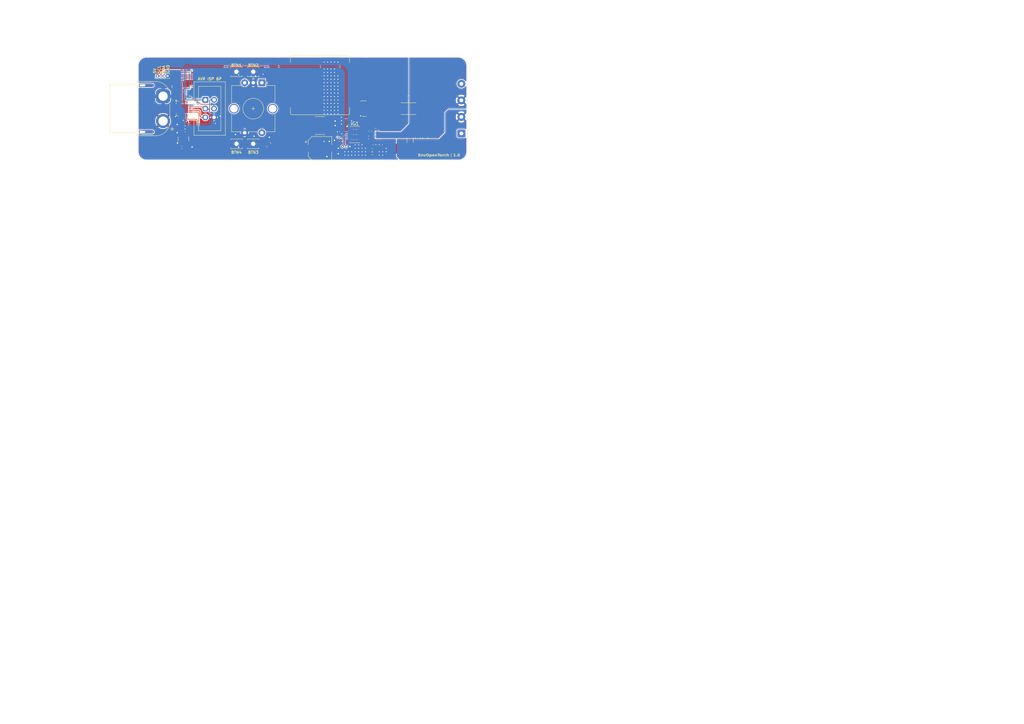
<source format=kicad_pcb>
(kicad_pcb (version 20240108) (generator "pcbnew") (generator_version "8.0")
  (title_block (title "EnvOpenTorch") (company "Envious.Design"))
  (layers (0 "F.Cu" signal) (31 "B.Cu" signal) (34 "B.Paste" user) (35 "F.Paste" user) (36 "B.SilkS" user "B.Silkscreen") (37 "F.SilkS" user "F.Silkscreen") (38 "B.Mask" user) (39 "F.Mask" user) (44 "Edge.Cuts" user))
  (net 0 "")
  (net 1 "GND")
  (net 2 "ROT_A")
  (net 3 "ROT_B")
  (net 4 "+5V")
  (net 5 "Net-(IC1-VCC)")
  (net 6 "/LED Driver/CSN")
  (net 7 "LED_V-")
  (net 8 "Net-(C15-Pad1)")
  (net 9 "Net-(IC1-SW)")
  (net 10 "Net-(IC1-ADIM{slash}HD)")
  (net 11 "LED_PWM_5V")
  (net 12 "Net-(IC1-TEMP)")
  (net 13 "Net-(IC1-FSET)")
  (net 14 "Net-(IC1-COMP)")
  (net 15 "Net-(IC1-UVP)")
  (net 16 "VCC")
  (net 17 "Net-(D1-K)")
  (net 18 "LED V+")
  (net 19 "/LED Driver/CSP")
  (net 20 "therm1_adc")
  (net 21 "/MCU/PC3")
  (net 22 "/MCU/PA2")
  (net 23 "/MCU/PA1")
  (net 24 "/MCU/PA3")
  (net 25 "/MCU/PC2")
  (net 26 "/MCU/PA0")
  (net 27 "BTN1")
  (net 28 "BTN2")
  (net 29 "BTN3")
  (net 30 "BTN4")
  (net 31 "BTN5")
  (net 32 "/MCU/PB3")
  (net 33 "SDA")
  (net 34 "SCL")
  (net 35 "therm1_adc-P")
  (net 36 "therm1_adc-N")
  (footprint "Capacitor_SMD:C_0805_2012Metric" (layer "F.Cu") (at 118.5 28.5)
    (property "Reference" "C17" (hide yes))
    (property "Value" "Csense 50V 30uF 0805")
  )
  (footprint "Capacitor_SMD:C_0402_1005Metric" (layer "F.Cu") (at 53.67 36 180)
    (property "Reference" "C4" (hide yes))
    (property "Value" "0401 10uF 6.3V")
  )
  (footprint "Resistor_SMD:R_0402_1005Metric" (layer "F.Cu") (at 108.9 38.585)
    (property "Reference" "R13" (hide yes))
    (property "Value" "0Ω 0402")
  )
  (footprint "Resistor_SMD:R_2512_6332Metric" (layer "F.Cu") (at 118.5 31.5)
    (property "Reference" "R9" (hide yes))
    (property "Value" "2512 33mR")
  )
  (footprint "Resistor_SMD:R_0402_1005Metric" (layer "F.Cu") (at 110.5 41.945 90)
    (property "Reference" "R11" (hide yes))
    (property "Value" "Rovp2 10K 0402")
  )
  (footprint "Button_Switch_SMD:SW_SPST_B3U-1000P-B" (layer "F.Cu") (at 68.6 41.7)
    (property "Reference" "SW104" (hide yes))
    (property "Value" "B3U")
  )
  (footprint "Button_Switch_SMD:SW_SPST_B3U-1000P-B" (layer "F.Cu") (at 68.55 20.8)
    (property "Reference" "SW101" (hide yes))
    (property "Value" "B3U")
  )
  (footprint "Capacitor_SMD:C_0402_1005Metric" (layer "F.Cu") (at 98.739411 38.445589 -135)
    (property "Reference" "C12" (hide yes))
    (property "Value" "25V 1uF 0402")
  )
  (footprint "Button_Switch_SMD:SW_SPST_B3U-1000P-B" (layer "F.Cu") (at 73.45 41.7)
    (property "Reference" "SW103" (hide yes))
    (property "Value" "B3U")
  )
  (footprint "Capacitor_SMD:C_0805_2012Metric" (layer "F.Cu") (at 77.9 42 135)
    (property "Reference" "C5" (hide yes))
    (property "Value" "50V 0.1uF 0805")
  )
  (footprint "Resistor_SMD:R_0402_1005Metric" (layer "F.Cu") (at 108.9 37.585)
    (property "Reference" "R12" (hide yes))
    (property "Value" "0Ω 0402")
  )
  (footprint "Resistor_SMD:R_0402_1005Metric" (layer "F.Cu") (at 107.99 44.5)
    (property "Reference" "R7" (hide yes))
    (property "Value" "Rtemp 57K6 0402")
  )
  (footprint "Capacitor_SMD:C_2220_5750Metric" (layer "F.Cu") (at 92.8 36.4)
    (property "Reference" "C8" (hide yes))
    (property "Value" "50V 22uF 2220")
  )
  (footprint "Resistor_SMD:R_0402_1005Metric" (layer "F.Cu") (at 99.45 39.185 -135)
    (property "Reference" "R5" (hide yes))
    (property "Value" "10K 0402")
  )
  (footprint "Package_SON:VSON-14-1EP_3x4.45mm_P0.65mm_EP1.6x4.2mm_ThermalVias" (layer "F.Cu") (at 102.9 39.035)
    (property "Reference" "IC1")
    (property "Value" "TPS923654DMTR")
  )
  (footprint "Resistor_SMD:R_0402_1005Metric" (layer "F.Cu") (at 108.9 39.535)
    (property "Reference" "R10" (hide yes))
    (property "Value" "Rovp1 500K 0402")
  )
  (footprint "Resistor_SMD:R_0402_1005Metric" (layer "F.Cu") (at 106.95 39.835)
    (property "Reference" "R8" (hide yes))
    (property "Value" "Rcomp 825ohm 0402")
  )
  (footprint "Button_Switch_SMD:SW_SPST_B3U-1000P-B" (layer "F.Cu") (at 73.45 20.8)
    (property "Reference" "SW102" (hide yes))
    (property "Value" "B3U")
  )
  (footprint "Capacitor_SMD:C_0402_1005Metric" (layer "F.Cu") (at 108.5 41.965 -90)
    (property "Reference" "C16" (hide yes))
    (property "Value" "10V 10nF 0402")
  )
  (footprint "Connector_Wire:SolderWire-0.5sqmm_1x04_P4.8mm_D0.9mm_OD2.3mm" (layer "F.Cu") (at 133.8 38.7 90)
    (property "Reference" "J101" (hide yes))
    (property "Value" "Conn_01x04")
  )
  (footprint "NetTie:NetTie-2_SMD_Pad2.0mm" (layer "F.Cu") (at 114.914214 43.185786 45)
    (property "Reference" "NT1" (hide yes))
    (property "Value" "NetTie" (hide yes))
  )
  (footprint "Resistor_SMD:R_0402_1005Metric" (layer "F.Cu") (at 107.985 43.445)
    (property "Reference" "R6" (hide yes))
    (property "Value" "Rfset 160K 0402")
  )
  (footprint "Connector_AMASS:AMASS_XT60PW-F_1x02_P7.20mm_Horizontal" (layer "F.Cu") (at 47.3 27.9 90)
    (property "Reference" "J2" (hide yes))
    (property "Value" "XT60 Horizontal Socket" (hide yes))
  )
  (footprint "Capacitor_SMD:C_1206_3216Metric" (layer "F.Cu") (at 118.935 40.700002 -90)
    (property "Reference" "C20" (hide yes))
    (property "Value" "100V 2.2uF 1205")
  )
  (footprint "Capacitor_SMD:C_0402_1005Metric" (layer "F.Cu") (at 107.4 38.085 90)
    (property "Reference" "C14" (hide yes))
    (property "Value" "16V 0.1uF 0402")
  )
  (footprint "Connector_IDC:IDC-Header_2x03_P2.54mm_Vertical" (layer "F.Cu") (at 59.5475 28.955)
    (property "Reference" "J1" (hide yes))
    (property "Value" "AVR-ISP-6")
  )
  (footprint "Capacitor_SMD:C_0402_1005Metric" (layer "F.Cu") (at 109.5 41.965 -90)
    (property "Reference" "C15" (hide yes))
    (property "Value" "10V 10nF 0402")
  )
  (footprint "Capacitor_SMD:CP_Elec_6.3x3" (layer "F.Cu") (at 92.8 43)
    (property "Reference" "C7" (hide yes))
    (property "Value" "50V 68uF")
  )
  (footprint "Capacitor_SMD:C_0402_1005Metric" (layer "F.Cu") (at 53.67 36.95 180)
    (property "Reference" "C3" (hide yes))
    (property "Value" "0401 1uF 6.3V")
  )
  (footprint "Capacitor_SMD:C_0805_2012Metric" (layer "F.Cu") (at 123.3 40.1 -90)
    (property "Reference" "C18" (hide yes))
    (property "Value" "100V 0.1uF 0805")
  )
  (footprint "Capacitor_SMD:C_0402_1005Metric" (layer "F.Cu") (at 52.73 42.75)
    (property "Reference" "C1" (hide yes))
    (property "Value" "0401 1uF 35V")
  )
  (footprint "Capacitor_SMD:C_0805_2012Metric" (layer "F.Cu") (at 121.185 40.1 -90)
    (property "Reference" "C19" (hide yes))
    (property "Value" "100V 1uF 0805")
  )
  (footprint "Package_TO_SOT_SMD:TO-277A" (layer "F.Cu") (at 107.86 31.5 90)
    (property "Reference" "D1" (hide yes))
    (property "Value" "FSV12100V" (hide yes))
  )
  (footprint "Inductor_SMD:L_Bourns_SRP1770TA_16.9x16.9mm" (layer "F.Cu") (at 92.8 24.7)
    (property "Reference" "L1" (hide yes))
    (property "Value" "SRP1770TA-220M")
  )
  (footprint "Capacitor_SMD:C_0402_1005Metric" (layer "F.Cu") (at 98.4 40.685)
    (property "Reference" "C13" (hide yes))
    (property "Value" "25V 1uF 0402")
  )
  (footprint "Capacitor_SMD:C_0402_1005Metric" (layer "F.Cu") (at 53.67 37.9 180)
    (property "Reference" "C2" (hide yes))
    (property "Value" "0401 2.2uF 6.3V")
  )
  (footprint "Package_TO_SOT_SMD:SOT-23" (layer "F.Cu") (at 53.2 40.3 90)
    (property "Reference" "U1" (hide yes))
    (property "Value" "AP7384-50SA")
  )
  (footprint "Rotary_Encoder:RotaryEncoder_Alps_EC12E-Switch_Vertical_H20mm_CircularMountingHoles" (layer "F.Cu") (at 75.95 24 -90)
    (property "Reference" "SW1" (hide yes))
    (property "Value" "EC12" (hide yes))
  )
  (footprint "Package_DFN_QFN:QFN-20-1EP_4x4mm_P0.5mm_EP2.6x2.6mm" (layer "F.Cu") (at 53.2 31.5)
    (property "Reference" "U2" (hide yes))
    (property "Value" "ATtiny1634-M")
  )
  (footprint "Connector_PinHeader_1.00mm:PinHeader_1x04_P1.00mm_Vertical" (layer "F.Cu") (at 45.65 22.05 90)
    (property "Reference" "J3" (hide yes))
    (property "Value" "Conn_01x04")
  )
  (gr_arc (start 132.95 16.5) (mid 134.717767 17.232233) (end 135.45 19) (stroke (width 0.1)) (layer "Edge.Cuts"))
  (gr_line (start 132.95 46.5) (end 42.5 46.5) (stroke (width 0.1)) (layer "Edge.Cuts"))
  (gr_line (start 40 44) (end 40 19) (stroke (width 0.1)) (layer "Edge.Cuts"))
  (gr_line (start 135.45 19) (end 135.45 44) (stroke (width 0.1)) (layer "Edge.Cuts"))
  (gr_line (start 42.5 16.5) (end 132.95 16.5) (stroke (width 0.1)) (layer "Edge.Cuts"))
  (gr_arc (start 135.45 44) (mid 134.717767 45.767767) (end 132.95 46.5) (stroke (width 0.1)) (layer "Edge.Cuts"))
  (gr_arc (start 42.5 46.5) (mid 40.732233 45.767767) (end 40 44) (stroke (width 0.1)) (layer "Edge.Cuts"))
  (gr_arc (start 40 19) (mid 40.732233 17.232233) (end 42.5 16.5) (stroke (width 0.1)) (layer "Edge.Cuts"))
  (gr_text "AVR ISP 6P" (at 60.8175 23.355 0) (layer "F.SilkS") (effects (font (size 0.8 0.8) (thickness 0.15) (bold yes)) (justify bottom)))
  (gr_text "BTN4" (at 68.55 44.65 0) (layer "F.SilkS") (effects (font (size 0.8 0.8) (thickness 0.15) (bold yes)) (justify bottom)))
  (gr_text "5V\nSCL\nSDA\nGND" (at 49.21 21.355 90) (layer "F.SilkS") (effects (font (size 0.8 0.8) (thickness 0.15) (bold yes)) (justify left bottom)))
  (gr_text "BTN1" (at 68.55 19.4 0) (layer "F.SilkS") (effects (font (size 0.8 0.8) (thickness 0.15) (bold yes)) (justify bottom)))
  (gr_text "EnvOpenTorch | 1.0" (at 121.25 45.5 0) (layer "F.SilkS") (effects (font (size 0.8 0.8) (thickness 0.15) (bold yes)) (justify left bottom)))
  (gr_text "BTN3" (at 73.45 44.65 0) (layer "F.SilkS") (effects (font (size 0.8 0.8) (thickness 0.15) (bold yes)) (justify bottom)))
  (gr_text "BTN2" (at 73.45 19.4 0) (layer "F.SilkS") (effects (font (size 0.8 0.8) (thickness 0.15) (bold yes)) (justify bottom)))
  (segment (start 41.3 24.75) (end 44.15 24.75) (width 1) (layer "F.Cu") (net 0))
  (segment (start 41.3 38.25) (end 44.15 38.25) (width 1) (layer "F.Cu") (net 0))
  (segment (start 41.3 38.25) (end 44.15 38.25) (width 1) (layer "B.Cu") (net 0))
  (segment (start 44.15 24.75) (end 41.3 24.75) (width 1) (layer "B.Cu") (net 0))
  (segment (start 97.92 40.685) (end 97 40.685) (width 0.15) (layer "F.Cu") (net 1))
  (segment (start 100.6 40.985) (end 100.4 41.185) (width 0.15) (layer "F.Cu") (net 1))
  (segment (start 95.5 43) (end 98.1 43) (width 0.3) (layer "F.Cu") (net 1))
  (segment (start 95.5 43) (end 95.5 44) (width 0.3) (layer "F.Cu") (net 1))
  (segment (start 100.4 41.185) (end 100.4 41.385) (width 0.15) (layer "F.Cu") (net 1))
  (segment (start 95.5 43) (end 95.5 41) (width 0.3) (layer "F.Cu") (net 1))
  (segment (start 53.2 33.425001) (end 53.2 34.9) (width 0.25) (layer "F.Cu") (net 1))
  (segment (start 101.45 40.985) (end 100.6 40.985) (width 0.15) (layer "F.Cu") (net 1))
  (segment (start 96.1 44.6) (end 98.1 44.6) (width 0.3) (layer "F.Cu") (net 1))
  (segment (start 96.65 35.1) (end 97.2 35.1) (width 0.3) (layer "F.Cu") (net 1))
  (segment (start 95.35 36.4) (end 97.2 36.4) (width 0.3) (layer "F.Cu") (net 1))
  (segment (start 100.4 41.385) (end 101.5 42.485) (width 0.15) (layer "F.Cu") (net 1))
  (via (at 94 32) (size 0.5) (drill 0.3) (layers "F.Cu" "B.Cu") (net 1))
  (via (at 97.2 36.4) (size 0.8) (drill 0.4) (layers "F.Cu" "B.Cu") (net 1))
  (via (at 94 33) (size 0.5) (drill 0.3) (layers "F.Cu" "B.Cu") (net 1))
  (via (at 96 30) (size 0.5) (drill 0.3) (layers "F.Cu" "B.Cu") (net 1))
  (via (at 98 32) (size 0.5) (drill 0.3) (layers "F.Cu" "B.Cu") (net 1))
  (via (at 106 45) (size 0.5) (drill 0.3) (layers "F.Cu" "B.Cu") (net 1))
  (via (at 99 35) (size 0.5) (drill 0.3) (layers "F.Cu" "B.Cu") (net 1))
  (via (at 105 43) (size 0.5) (drill 0.3) (layers "F.Cu" "B.Cu") (net 1))
  (via (at 97 24) (size 0.5) (drill 0.3) (layers "F.Cu" "B.Cu") (net 1))
  (via (at 106 44) (size 0.5) (drill 0.3) (layers "F.Cu" "B.Cu") (net 1))
  (via (at 55.7 42.6) (size 0.8) (drill 0.4) (layers "F.Cu" "B.Cu") (net 1))
  (via (at 96 28) (size 0.5) (drill 0.3) (layers "F.Cu" "B.Cu") (net 1))
  (via (at 94 18) (size 0.5) (drill 0.3) (layers "F.Cu" "B.Cu") (net 1))
  (via (at 53.2 34.9) (size 0.5) (drill 0.3) (layers "F.Cu" "B.Cu") (net 1))
  (via (at 73.7 39.5) (size 0.8) (drill 0.4) (layers "F.Cu" "B.Cu") (net 1))
  (via (at 105 45) (size 0.5) (drill 0.3) (layers "F.Cu" "B.Cu") (net 1))
  (via (at 95 31) (size 0.5) (drill 0.3) (layers "F.Cu" "B.Cu") (net 1))
  (via (at 94 26) (size 0.5) (drill 0.3) (layers "F.Cu" "B.Cu") (net 1))
  (via (at 51.4 36.1) (size 0.8) (drill 0.4) (layers "F.Cu" "B.Cu") (net 1))
  (via (at 101.5 42.485) (size 0.8) (drill 0.4) (layers "F.Cu" "B.Cu") (net 1))
  (via (at 97 29) (size 0.5) (drill 0.3) (layers "F.Cu" "B.Cu") (net 1))
  (via (at 97 26) (size 0.5) (drill 0.3) (layers "F.Cu" "B.Cu") (net 1))
  (via (at 95 22) (size 0.5) (drill 0.3) (layers "F.Cu" "B.Cu") (net 1))
  (via (at 69.2 21.7) (size 0.5) (drill 0.3) (layers "F.Cu" "B.Cu") (net 1))
  (via (at 97.2 35.1) (size 0.8) (drill 0.4) (layers "F.Cu" "B.Cu") (net 1))
  (via (at 110 44) (size 0.5) (drill 0.3) (layers "F.Cu" "B.Cu") (net 1))
  (via (at 98 29) (size 0.5) (drill 0.3) (layers "F.Cu" "B.Cu") (net 1))
  (via (at 95 20) (size 0.5) (drill 0.3) (layers "F.Cu" "B.Cu") (net 1))
  (via (at 100 44) (size 0.5) (drill 0.3) (layers "F.Cu" "B.Cu") (net 1))
  (via (at 95.5 41) (size 0.8) (drill 0.4) (layers "F.Cu" "B.Cu") (net 1))
  (via (at 95 23) (size 0.5) (drill 0.3) (layers "F.Cu" "B.Cu") (net 1))
  (via (at 112 44) (size 0.5) (drill 0.3) (layers "F.Cu" "B.Cu") (net 1))
  (via (at 68.3 39) (size 0.8) (drill 0.4) (layers "F.Cu" "B.Cu") (net 1))
  (via (at 99 36) (size 0.5) (drill 0.3) (layers "F.Cu" "B.Cu") (net 1))
  (via (at 98 24) (size 0.5) (drill 0.3) (layers "F.Cu" "B.Cu") (net 1))
  (via (at 95 27) (size 0.5) (drill 0.3) (layers "F.Cu" "B.Cu") (net 1))
  (via (at 94 22) (size 0.5) (drill 0.3) (layers "F.Cu" "B.Cu") (net 1))
  (via (at 97 20) (size 0.5) (drill 0.3) (layers "F.Cu" "B.Cu") (net 1))
  (via (at 105 42) (size 0.5) (drill 0.3) (layers "F.Cu" "B.Cu") (net 1))
  (via (at 98 22) (size 0.5) (drill 0.3) (layers "F.Cu" "B.Cu") (net 1))
  (via (at 72.9 22.1) (size 0.5) (drill 0.3) (layers "F.Cu" "B.Cu") (net 1))
  (via (at 95 18) (size 0.5) (drill 0.3) (layers "F.Cu" "B.Cu") (net 1))
  (via (at 94 21) (size 0.5) (drill 0.3) (layers "F.Cu" "B.Cu") (net 1))
  (via (at 96 21) (size 0.5) (drill 0.3) (layers "F.Cu" "B.Cu") (net 1))
  (via (at 94 23) (size 0.5) (drill 0.3) (layers "F.Cu" "B.Cu") (net 1))
  (via (at 95 28) (size 0.5) (drill 0.3) (layers "F.Cu" "B.Cu") (net 1))
  (via (at 96 22) (size 0.5) (drill 0.3) (layers "F.Cu" "B.Cu") (net 1))
  (via (at 96 26) (size 0.5) (drill 0.3) (layers "F.Cu" "B.Cu") (net 1))
  (via (at 94 28) (size 0.5) (drill 0.3) (layers "F.Cu" "B.Cu") (net 1))
  (via (at 103 45) (size 0.5) (drill 0.3) (layers "F.Cu" "B.Cu") (net 1))
  (via (at 104 42) (size 0.5) (drill 0.3) (layers "F.Cu" "B.Cu") (net 1))
  (via (at 97 32) (size 0.5) (drill 0.3) (layers "F.Cu" "B.Cu") (net 1))
  (via (at 103 36) (size 0.5) (drill 0.3) (layers "F.Cu" "B.Cu") (net 1))
  (via (at 111 44) (size 0.5) (drill 0.3) (layers "F.Cu" "B.Cu") (net 1))
  (via (at 94 27) (size 0.5) (drill 0.3) (layers "F.Cu" "B.Cu") (net 1))
  (via (at 97 28) (size 0.5) (drill 0.3) (layers "F.Cu" "B.Cu") (net 1))
  (via (at 97 31) (size 0.5) (drill 0.3) (layers "F.Cu" "B.Cu") (net 1))
  (via (at 97 18) (size 0.5) (drill 0.3) (layers "F.Cu" "B.Cu") (net 1))
  (via (at 98.1 44.6) (size 0.8) (drill 0.4) (layers "F.Cu" "B.Cu") (net 1))
  (via (at 94 24) (size 0.5) (drill 0.3) (layers "F.Cu" "B.Cu") (net 1))
  (via (at 98 33) (size 0.5) (drill 0.3) (layers "F.Cu" "B.Cu") (net 1))
  (via (at 106 43) (size 0.5) (drill 0.3) (layers "F.Cu" "B.Cu") (net 1))
  (via (at 94 29) (size 0.5) (drill 0.3) (layers "F.Cu" "B.Cu") (net 1))
  (via (at 74.1 22.1) (size 0.8) (drill 0.4) (layers "F.Cu" "B.Cu") (net 1))
  (via (at 102 44) (size 0.5) (drill 0.3) (layers "F.Cu" "B.Cu") (net 1))
  (via (at 96 27) (size 0.5) (drill 0.3) (layers "F.Cu" "B.Cu") (net 1))
  (via (at 105 44) (size 0.5) (drill 0.3) (layers "F.Cu" "B.Cu") (net 1))
  (via (at 103 42) (size 0.5) (drill 0.3) (layers "F.Cu" "B.Cu") (net 1))
  (via (at 94 25) (size 0.5) (drill 0.3) (layers "F.Cu" "B.Cu") (net 1))
  (via (at 102 35) (size 0.5) (drill 0.3) (layers "F.Cu" "B.Cu") (net 1))
  (via (at 97.85 38.25) (size 0.5) (drill 0.3) (layers "F.Cu" "B.Cu") (net 1))
  (via (at 103 43) (size 0.5) (drill 0.3) (layers "F.Cu" "B.Cu") (net 1))
  (via (at 98 25) (size 0.5) (drill 0.3) (layers "F.Cu" "B.Cu") (net 1))
  (via (at 95 30) (size 0.5) (drill 0.3) (layers "F.Cu" "B.Cu") (net 1))
  (via (at 102 36) (size 0.5) (drill 0.3) (layers "F.Cu" "B.Cu") (net 1))
  (via (at 103 44) (size 0.5) (drill 0.3) (layers "F.Cu" "B.Cu") (net 1))
  (via (at 96 25) (size 0.5) (drill 0.3) (layers "F.Cu" "B.Cu") (net 1))
  (via (at 95 32) (size 0.5) (drill 0.3) (layers "F.Cu" "B.Cu") (net 1))
  (via (at 110 45) (size 0.5) (drill 0.3) (layers "F.Cu" "B.Cu") (net 1))
  (via (at 96 20) (size 0.5) (drill 0.3) (layers "F.Cu" "B.Cu") (net 1))
  (via (at 111 45) (size 0.5) (drill 0.3) (layers "F.Cu" "B.Cu") (net 1))
  (via (at 98 18) (size 0.5) (drill 0.3) (layers "F.Cu" "B.Cu") (net 1))
  (via (at 96 32) (size 0.5) (drill 0.3) (layers "F.Cu" "B.Cu") (net 1))
  (via (at 98 31) (size 0.5) (drill 0.3) (layers "F.Cu" "B.Cu") (net 1))
  (via (at 63.8 33.7) (size 0.5) (drill 0.3) (layers "F.Cu" "B.Cu") (net 1))
  (via (at 98 28) (size 0.5) (drill 0.3) (layers "F.Cu" "B.Cu") (net 1))
  (via (at 96 18) (size 0.5) (drill 0.3) (layers "F.Cu" "B.Cu") (net 1))
  (via (at 104 44) (size 0.5) (drill 0.3) (layers "F.Cu" "B.Cu") (net 1))
  (via (at 98 27) (size 0.5) (drill 0.3) (layers "F.Cu" "B.Cu") (net 1))
  (via (at 99 34) (size 0.5) (drill 0.3) (layers "F.Cu" "B.Cu") (net 1))
  (via (at 94.8 45.4) (size 0.8) (drill 0.4) (layers "F.Cu" "B.Cu") (net 1))
  (via (at 95 26) (size 0.5) (drill 0.3) (layers "F.Cu" "B.Cu") (net 1))
  (via (at 101 45) (size 0.5) (drill 0.3) (layers "F.Cu" "B.Cu") (net 1))
  (via (at 62.5 35.8) (size 0.5) (drill 0.3) (layers "F.Cu" "B.Cu") (net 1))
  (via (at 97 27) (size 0.5) (drill 0.3) (layers "F.Cu" "B.Cu") (net 1))
  (via (at 94 30) (size 0.5) (drill 0.3) (layers "F.Cu" "B.Cu") (net 1))
  (via (at 96 23) (size 0.5) (drill 0.3) (layers "F.Cu" "B.Cu") (net 1))
  (via (at 97 40.685) (size 0.8) (drill 0.4) (layers "F.Cu" "B.Cu") (net 1))
  (via (at 94 31) (size 0.5) (drill 0.3) (layers "F.Cu" "B.Cu") (net 1))
  (via (at 98 30) (size 0.5) (drill 0.3) (layers "F.Cu" "B.Cu") (net 1))
  (via (at 97 21) (size 0.5) (drill 0.3) (layers "F.Cu" "B.Cu") (net 1))
  (via (at 95 29) (size 0.5) (drill 0.3) (layers "F.Cu" "B.Cu") (net 1))
  (via (at 95 25) (size 0.5) (drill 0.3) (layers "F.Cu" "B.Cu") (net 1))
  (via (at 98 23) (size 0.5) (drill 0.3) (layers "F.Cu" "B.Cu") (net 1))
  (via (at 69.2 42.7) (size 0.8) (drill 0.4) (layers "F.Cu" "B.Cu") (net 1))
  (via (at 97 33) (size 0.5) (drill 0.3) (layers "F.Cu" "B.Cu") (net 1))
  (via (at 96 31) (size 0.5) (drill 0.3) (layers "F.Cu" "B.Cu") (net 1))
  (via (at 94 41) (size 0.5) (drill 0.3) (layers "F.Cu" "B.Cu") (net 1))
  (via (at 96 33) (size 0.5) (drill 0.3) (layers "F.Cu" "B.Cu") (net 1))
  (via (at 95 33) (size 0.5) (drill 0.3) (layers "F.Cu" "B.Cu") (net 1))
  (via (at 100 45) (size 0.5) (drill 0.3) (layers "F.Cu" "B.Cu") (net 1))
  (via (at 96 29) (size 0.5) (drill 0.3) (layers "F.Cu" "B.Cu") (net 1))
  (via (at 98.1 43) (size 0.8) (drill 0.4) (layers "F.Cu" "B.Cu") (net 1))
  (via (at 51.4 38.5) (size 0.8) (drill 0.4) (layers "F.Cu" "B.Cu") (net 1))
  (via (at 112 43) (size 0.5) (drill 0.3) (layers "F.Cu" "B.Cu") (net 1))
  (via (at 104 45) (size 0.5) (drill 0.3) (layers "F.Cu" "B.Cu") (net 1))
  (via (at 95 21) (size 0.5) (drill 0.3) (layers "F.Cu" "B.Cu") (net 1))
  (via (at 97 30) (size 0.5) (drill 0.3) (layers "F.Cu" "B.Cu") (net 1))
  (via (at 104 43) (size 0.5) (drill 0.3) (layers "F.Cu" "B.Cu") (net 1))
  (via (at 50.9 33.8) (size 0.5) (drill 0.3) (layers "F.Cu" "B.Cu") (net 1))
  (via (at 76.3 21.5) (size 0.5) (drill 0.3) (layers "F.Cu" "B.Cu") (net 1))
  (via (at 78.1 39.8) (size 0.8) (drill 0.4) (layers "F.Cu" "B.Cu") (net 1))
  (via (at 102 45) (size 0.5) (drill 0.3) (layers "F.Cu" "B.Cu") (net 1))
  (via (at 97 25) (size 0.5) (drill 0.3) (layers "F.Cu" "B.Cu") (net 1))
  (via (at 101 44) (size 0.5) (drill 0.3) (layers "F.Cu" "B.Cu") (net 1))
  (via (at 98 26) (size 0.5) (drill 0.3) (layers "F.Cu" "B.Cu") (net 1))
  (via (at 96 24) (size 0.5) (drill 0.3) (layers "F.Cu" "B.Cu") (net 1))
  (via (at 94 20) (size 0.5) (drill 0.3) (layers "F.Cu" "B.Cu") (net 1))
  (via (at 97 23) (size 0.5) (drill 0.3) (layers "F.Cu" "B.Cu") (net 1))
  (via (at 97 22) (size 0.5) (drill 0.3) (layers "F.Cu" "B.Cu") (net 1))
  (via (at 95 24) (size 0.5) (drill 0.3) (layers "F.Cu" "B.Cu") (net 1))
  (arc (start 95.35 36.4) (mid 95.730761 35.480761) (end 96.65 35.1) (width 0.3) (layer "F.Cu") (net 1))
  (arc (start 95.5 44) (mid 95.675736 44.424264) (end 96.1 44.6) (width 0.3) (layer "F.Cu") (net 1))
  (segment (start 50.65 30.36363) (end 50.65 22.75) (width 0.15) (layer "F.Cu") (net 2))
  (segment (start 75.95 24) (end 76.825 24) (width 0.15) (layer "F.Cu") (net 2))
  (segment (start 51.15 22.25) (end 64.5 22.25) (width 0.15) (layer "F.Cu") (net 2))
  (segment (start 77.25 20.1) (end 77.25 23.575) (width 0.15) (layer "F.Cu") (net 2))
  (segment (start 66.4 19.05) (end 76.2 19.05) (width 0.15) (layer "F.Cu") (net 2))
  (segment (start 51.275 30.5) (end 50.78637 30.5) (width 0.15) (layer "F.Cu") (net 2))
  (segment (start 65.8 20.95) (end 65.8 19.65) (width 0.15) (layer "F.Cu") (net 2))
  (arc (start 50.65 22.75) (mid 50.796447 22.396447) (end 51.15 22.25) (width 0.15) (layer "F.Cu") (net 2))
  (arc (start 64.5 22.25) (mid 65.419239 21.869239) (end 65.8 20.95) (width 0.15) (layer "F.Cu") (net 2))
  (arc (start 76.825 24) (mid 77.12552 23.87552) (end 77.25 23.575) (width 0.15) (layer "F.Cu") (net 2))
  (arc (start 76.2 19.05) (mid 76.942462 19.357538) (end 77.25 20.1) (width 0.15) (layer "F.Cu") (net 2))
  (arc (start 65.8 19.65) (mid 65.975736 19.225736) (end 66.4 19.05) (width 0.15) (layer "F.Cu") (net 2))
  (arc (start 50.78637 30.5) (mid 50.689942 30.460058) (end 50.65 30.36363) (width 0.15) (layer "F.Cu") (net 2))
  (segment (start 77.55 20.075) (end 77.55 24.825) (width 0.15) (layer "F.Cu") (net 3))
  (segment (start 76.775 25.6) (end 71.25 25.6) (width 0.15) (layer "F.Cu") (net 3))
  (segment (start 65.5 20.9) (end 65.5 19.6) (width 0.15) (layer "F.Cu") (net 3))
  (segment (start 66.35 18.75) (end 76.225 18.75) (width 0.15) (layer "F.Cu") (net 3))
  (segment (start 50.35 30.609038) (end 50.35 22.7) (width 0.15) (layer "F.Cu") (net 3))
  (segment (start 51.275 31) (end 50.740962 31) (width 0.15) (layer "F.Cu") (net 3))
  (segment (start 70.95 25.3) (end 70.95 24) (width 0.15) (layer "F.Cu") (net 3))
  (segment (start 51.1 21.95) (end 64.45 21.95) (width 0.15) (layer "F.Cu") (net 3))
  (arc (start 64.45 21.95) (mid 65.192462 21.642462) (end 65.5 20.9) (width 0.15) (layer "F.Cu") (net 3))
  (arc (start 65.5 19.6) (mid 65.748959 18.998959) (end 66.35 18.75) (width 0.15) (layer "F.Cu") (net 3))
  (arc (start 50.740962 31) (mid 50.46451 30.88549) (end 50.35 30.609038) (width 0.15) (layer "F.Cu") (net 3))
  (arc (start 77.55 24.825) (mid 77.323008 25.373008) (end 76.775 25.6) (width 0.15) (layer "F.Cu") (net 3))
  (arc (start 71.25 25.6) (mid 71.037868 25.512132) (end 70.95 25.3) (width 0.15) (layer "F.Cu") (net 3))
  (arc (start 76.225 18.75) (mid 77.161916 19.138084) (end 77.55 20.075) (width 0.15) (layer "F.Cu") (net 3))
  (arc (start 50.35 22.7) (mid 50.56967 22.16967) (end 51.1 21.95) (width 0.15) (layer "F.Cu") (net 3))
  (segment (start 53.7 34.85) (end 53.7 33.425) (width 0.15) (layer "F.Cu") (net 4))
  (via (at 54.05 35.2) (size 0.5) (drill 0.3) (layers "F.Cu" "B.Cu") (net 4))
  (arc (start 54.05 35.2) (mid 53.802513 35.097487) (end 53.7 34.85) (width 0.15) (layer "F.Cu") (net 4))
  (segment (start 60.8 33.65) (end 60.8 35.600311) (width 0.25) (layer "B.Cu") (net 4))
  (segment (start 58.9 35.95) (end 60.450311 35.95) (width 0.25) (layer "B.Cu") (net 4))
  (segment (start 54.05 35.2) (end 54.05 35.65) (width 0.25) (layer "B.Cu") (net 4))
  (segment (start 54.35 35.95) (end 58.9 35.95) (width 0.25) (layer "B.Cu") (net 4))
  (segment (start 45.65 22.05) (end 45.65 20.65) (width 0.2) (layer "B.Cu") (net 4))
  (segment (start 60.8 29.193192) (end 60.8 33.65) (width 0.25) (layer "B.Cu") (net 4))
  (segment (start 54.05 31.35) (end 54.05 35.2) (width 0.2) (layer "B.Cu") (net 4))
  (segment (start 46.35 19.95) (end 52.1 19.95) (width 0.2) (layer "B.Cu") (net 4))
  (segment (start 62.0825 28.95) (end 61.043192 28.95) (width 0.25) (layer "B.Cu") (net 4))
  (segment (start 62.0875 28.955) (end 62.0825 28.95) (width 0.25) (layer "B.Cu") (net 4))
  (segment (start 53 20.85) (end 53 30.3) (width 0.2) (layer "B.Cu") (net 4))
  (arc (start 61.043192 28.95) (mid 60.871229 29.021229) (end 60.8 29.193192) (width 0.25) (layer "B.Cu") (net 4))
  (arc (start 45.65 20.65) (mid 45.855025 20.155025) (end 46.35 19.95) (width 0.2) (layer "B.Cu") (net 4))
  (arc (start 53 30.3) (mid 53.21967 30.83033) (end 53.75 31.05) (width 0.2) (layer "B.Cu") (net 4))
  (arc (start 60.450311 35.95) (mid 60.697578 35.847578) (end 60.8 35.600311) (width 0.25) (layer "B.Cu") (net 4))
  (arc (start 52.1 19.95) (mid 52.736396 20.213604) (end 53 20.85) (width 0.2) (layer "B.Cu") (net 4))
  (arc (start 54.05 35.65) (mid 54.137868 35.862132) (end 54.35 35.95) (width 0.25) (layer "B.Cu") (net 4))
  (arc (start 53.75 31.05) (mid 53.962132 31.137868) (end 54.05 31.35) (width 0.2) (layer "B.Cu") (net 4))
  (segment (start 100.65 39.035) (end 99 40.685) (width 0.15) (layer "F.Cu") (net 5))
  (segment (start 101.45 39.035) (end 100.65 39.035) (width 0.15) (layer "F.Cu") (net 5))
  (segment (start 99 40.685) (end 98.88 40.685) (width 0.15) (layer "F.Cu") (net 5))
  (segment (start 106.23 37.605) (end 106.1 37.735) (width 0.2) (layer "F.Cu") (net 6))
  (segment (start 106.1 37.735) (end 104.35 37.735) (width 0.2) (layer "F.Cu") (net 6))
  (segment (start 107.4 37.605) (end 106.23 37.605) (width 0.2) (layer "F.Cu") (net 6))
  (segment (start 108.370001 37.605) (end 108.390001 37.585) (width 0.2) (layer "F.Cu") (net 6))
  (segment (start 107.4 37.605) (end 108.370001 37.605) (width 0.2) (layer "F.Cu") (net 6))
  (segment (start 108.5 40.785) (end 108.5 41.485) (width 0.15) (layer "F.Cu") (net 8))
  (segment (start 107.55 39.835) (end 108.5 40.785) (width 0.15) (layer "F.Cu") (net 8))
  (segment (start 107.46 39.835) (end 107.55 39.835) (width 0.15) (layer "F.Cu") (net 8))
  (segment (start 109.5 41.485) (end 108.5 41.485) (width 0.15) (layer "F.Cu") (net 8))
  (segment (start 99.65 42.135) (end 99.65 40.459264) (width 0.15) (layer "F.Cu") (net 10))
  (segment (start 99.3 42.485) (end 99.65 42.135) (width 0.15) (layer "F.Cu") (net 10))
  (segment (start 100.424264 39.685) (end 101.45 39.685) (width 0.15) (layer "F.Cu") (net 10))
  (segment (start 97.9 39.785) (end 98.85 39.785) (width 0.15) (layer "F.Cu") (net 10))
  (segment (start 99.65 40.459264) (end 100.424264 39.685) (width 0.15) (layer "F.Cu") (net 10))
  (segment (start 98.85 39.785) (end 99.089376 39.545624) (width 0.15) (layer "F.Cu") (net 10))
  (via (at 97.9 39.785) (size 0.5) (drill 0.3) (layers "F.Cu" "B.Cu") (net 10))
  (via (at 99.3 42.485) (size 0.8) (drill 0.4) (layers "F.Cu" "B.Cu") (net 10))
  (segment (start 97.9 39.785) (end 98.7 39.785) (width 0.15) (layer "B.Cu") (net 10))
  (segment (start 99.3 40.385) (end 99.3 42.485) (width 0.15) (layer "B.Cu") (net 10))
  (segment (start 98.7 39.785) (end 99.3 40.385) (width 0.15) (layer "B.Cu") (net 10))
  (segment (start 100.4 42.485) (end 99.95 42.035) (width 0.15) (layer "F.Cu") (net 11))
  (segment (start 99.95 42.035) (end 99.95 40.785) (width 0.15) (layer "F.Cu") (net 11))
  (segment (start 53.7 28.5) (end 53.7 29.575) (width 0.15) (layer "F.Cu") (net 11))
  (segment (start 99.95 40.785) (end 100.4 40.335) (width 0.15) (layer "F.Cu") (net 11))
  (segment (start 100.4 40.335) (end 101.45 40.335) (width 0.15) (layer "F.Cu") (net 11))
  (segment (start 57.192677 29.792677) (end 55.825 28.425) (width 0.15) (layer "F.Cu") (net 11))
  (segment (start 55.161092 28.15) (end 54.05 28.15) (width 0.15) (layer "F.Cu") (net 11))
  (via (at 57.314124 30.085876) (size 0.5) (drill 0.3) (layers "F.Cu" "B.Cu") (net 11))
  (via (at 100.4 42.485) (size 0.8) (drill 0.4) (layers "F.Cu" "B.Cu") (net 11))
  (arc (start 55.825 28.425) (mid 55.520396 28.22147) (end 55.161092 28.15) (width 0.15) (layer "F.Cu") (net 11))
  (arc (start 54.05 28.15) (mid 53.802513 28.252513) (end 53.7 28.5) (width 0.15) (layer "F.Cu") (net 11))
  (arc (start 57.314124 30.085876) (mid 57.282561 29.927198) (end 57.192677 29.792677) (width 0.15) (layer "F.Cu") (net 11))
  (segment (start 54.5 19.3) (end 98.2 19.3) (width 0.25) (layer "B.Cu") (net 11))
  (segment (start 57.314124 30.085876) (end 57.314124 29.185876) (width 0.25) (layer "B.Cu") (net 11))
  (segment (start 59.5425 28.95) (end 59.5475 28.955) (width 0.25) (layer "B.Cu") (net 11))
  (segment (start 57.078248 28.95) (end 57 28.95) (width 0.25) (layer "B.Cu") (net 11))
  (segment (start 57.8 28.95) (end 57 28.95) (width 0.25) (layer "B.Cu") (net 11))
  (segment (start 57 28.95) (end 54.35 28.95) (width 0.25) (layer "B.Cu") (net 11))
  (segment (start 98.2 19.3) (end 98.508528 19.3) (width 0.25) (layer "B.Cu") (net 11))
  (segment (start 100.4 21.191472) (end 100.4 42.485) (width 0.25) (layer "B.Cu") (net 11))
  (segment (start 57.8 28.95) (end 59.5425 28.95) (width 0.25) (layer "B.Cu") (net 11))
  (segment (start 57.55 28.95) (end 57.8 28.95) (width 0.25) (layer "B.Cu") (net 11))
  (segment (start 53.9 28.5) (end 53.9 19.9) (width 0.25) (layer "B.Cu") (net 11))
  (arc (start 54.35 28.95) (mid 54.031802 28.818198) (end 53.9 28.5) (width 0.25) (layer "B.Cu") (net 11))
  (arc (start 57.314124 29.185876) (mid 57.245038 29.019086) (end 57.078248 28.95) (width 0.25) (layer "B.Cu") (net 11))
  (arc (start 98.508528 19.3) (mid 99.846001 19.853999) (end 100.4 21.191472) (width 0.25) (layer "B.Cu") (net 11))
  (arc (start 57.314124 29.185876) (mid 57.38321 29.019086) (end 57.55 28.95) (width 0.25) (layer "B.Cu") (net 11))
  (arc (start 53.9 19.9) (mid 54.075736 19.475736) (end 54.5 19.3) (width 0.25) (layer "B.Cu") (net 11))
  (segment (start 106.7 41.559264) (end 106.7 44.085) (width 0.15) (layer "F.Cu") (net 12))
  (segment (start 106.125736 40.985) (end 106.7 41.559264) (width 0.15) (layer "F.Cu") (net 12))
  (segment (start 106.7 44.085) (end 107.115 44.5) (width 0.15) (layer "F.Cu") (net 12))
  (segment (start 104.35 40.985) (end 106.125736 40.985) (width 0.15) (layer "F.Cu") (net 12))
  (segment (start 107.115 44.5) (end 107.48 44.5) (width 0.15) (layer "F.Cu") (net 12))
  (segment (start 106.55 40.985) (end 107 41.435) (width 0.15) (layer "F.Cu") (net 13))
  (segment (start 104.35 40.335) (end 105.9 40.335) (width 0.15) (layer "F.Cu") (net 13))
  (segment (start 107 41.435) (end 107 42.97) (width 0.15) (layer "F.Cu") (net 13))
  (segment (start 107 42.97) (end 107.475 43.445) (width 0.15) (layer "F.Cu") (net 13))
  (segment (start 105.9 40.335) (end 106.525 40.96) (width 0.15) (layer "F.Cu") (net 13))
  (segment (start 104.35 39.685) (end 106.29 39.685) (width 0.15) (layer "F.Cu") (net 14))
  (segment (start 106.29 39.685) (end 106.44 39.835) (width 0.15) (layer "F.Cu") (net 14))
  (segment (start 106.1 39.035) (end 106.3 39.235) (width 0.15) (layer "F.Cu") (net 15))
  (segment (start 108.09 39.235) (end 108.39 39.535) (width 0.15) (layer "F.Cu") (net 15))
  (segment (start 108.85 40.585) (end 110.15 40.585) (width 0.15) (layer "F.Cu") (net 15))
  (segment (start 110.15 40.585) (end 110.5 40.935) (width 0.15) (layer "F.Cu") (net 15))
  (segment (start 104.35 39.035) (end 106.1 39.035) (width 0.15) (layer "F.Cu") (net 15))
  (segment (start 110.5 40.935) (end 110.5 41.435001) (width 0.15) (layer "F.Cu") (net 15))
  (segment (start 108.39 39.535) (end 108.39 40.125) (width 0.15) (layer "F.Cu") (net 15))
  (segment (start 108.39 40.125) (end 108.85 40.585) (width 0.15) (layer "F.Cu") (net 15))
  (segment (start 106.3 39.235) (end 108.09 39.235) (width 0.15) (layer "F.Cu") (net 15))
  (segment (start 101.45 38.385) (end 100.25 38.385) (width 0.3) (layer "F.Cu") (net 16))
  (segment (start 99.078822 38.106178) (end 98.977565 38.004921) (width 0.3) (layer "F.Cu") (net 16))
  (segment (start 96.6 39.6) (end 91.7 39.6) (width 0.3) (layer "F.Cu") (net 16))
  (segment (start 98 37.6) (end 97.8 37.6) (width 0.3) (layer "F.Cu") (net 16))
  (segment (start 52.25 41.2375) (end 52.25 42.75) (width 0.25) (layer "F.Cu") (net 16))
  (segment (start 100.25 38.385) (end 99.810624 38.824376) (width 0.3) (layer "F.Cu") (net 16))
  (segment (start 99.79702 38.824376) (end 99.078822 38.106178) (width 0.3) (layer "F.Cu") (net 16))
  (segment (start 97.2 38.2) (end 97.2 39) (width 0.3) (layer "F.Cu") (net 16))
  (segment (start 91.7 39.6) (end 91.7 37.85) (width 0.3) (layer "F.Cu") (net 16))
  (segment (start 99.810624 38.824376) (end 99.79702 38.824376) (width 0.3) (layer "F.Cu") (net 16))
  (segment (start 52.25 41.2375) (end 48.7625 41.2375) (width 0.25) (layer "F.Cu") (net 16))
  (arc (start 48.7625 41.2375) (mid 48.718306 41.255806) (end 48.7 41.3) (width 0.25) (layer "F.Cu") (net 16))
  (arc (start 91.7 37.85) (mid 91.275305 36.824695) (end 90.25 36.4) (width 0.3) (layer "F.Cu") (net 16))
  (arc (start 97.2 39) (mid 97.024264 39.424264) (end 96.6 39.6) (width 0.3) (layer "F.Cu") (net 16))
  (arc (start 97.8 37.6) (mid 97.375736 37.775736) (end 97.2 38.2) (width 0.3) (layer "F.Cu") (net 16))
  (arc (start 98.977565 38.004921) (mid 98.529055 37.705235) (end 98 37.6) (width 0.3) (layer "F.Cu") (net 16))
  (segment (start 109.41 38.585001) (end 109.409999 38.585) (width 0.15) (layer "F.Cu") (net 18))
  (segment (start 109.41 39.535) (end 109.41 38.585001) (width 0.15) (layer "F.Cu") (net 18))
  (segment (start 104.35 38.385) (end 106.25858 38.385) (width 0.2) (layer "F.Cu") (net 19))
  (segment (start 106.438579 38.565) (end 107.4 38.565) (width 0.2) (layer "F.Cu") (net 19))
  (segment (start 108.390001 38.585) (end 107.42 38.585) (width 0.2) (layer "F.Cu") (net 19))
  (segment (start 106.35429 38.48071) (end 106.438579 38.565) (width 0.2) (layer "F.Cu") (net 19))
  (segment (start 107.42 38.585) (end 107.4 38.565) (width 0.2) (layer "F.Cu") (net 19))
  (segment (start 106.25858 38.385) (end 106.35429 38.48071) (width 0.2) (layer "F.Cu") (net 19))
  (segment (start 55.125 30.5) (end 56.15 30.5) (width 0.25) (layer "F.Cu") (net 20))
  (via (at 56.15 30.5) (size 0.5) (drill 0.3) (layers "F.Cu" "B.Cu") (net 20))
  (segment (start 56.15 30.5) (end 53.9 30.5) (width 0.25) (layer "B.Cu") (net 20))
  (segment (start 53.5 30.1) (end 53.5 19.85) (width 0.25) (layer "B.Cu") (net 20))
  (arc (start 53.5 19.85) (mid 53.778249 19.178249) (end 54.45 18.9) (width 0.25) (layer "B.Cu") (net 20))
  (arc (start 53.9 30.5) (mid 53.617157 30.382843) (end 53.5 30.1) (width 0.25) (layer "B.Cu") (net 20))
  (segment (start 58 33.5) (end 58 32.5) (width 0.2) (layer "F.Cu") (net 21))
  (segment (start 55.125 32) (end 57.5 32) (width 0.2) (layer "F.Cu") (net 21))
  (segment (start 59.5475 34.035) (end 58.535 34.035) (width 0.2) (layer "F.Cu") (net 21))
  (arc (start 58 32.5) (mid 57.853553 32.146447) (end 57.5 32) (width 0.2) (layer "F.Cu") (net 21))
  (arc (start 58.535 34.035) (mid 58.156698 33.878302) (end 58 33.5) (width 0.2) (layer "F.Cu") (net 21))
  (segment (start 52.440969 23.336544) (end 52.59339 23.126754) (width 0.15) (layer "F.Cu") (net 27))
  (segment (start 52.202543 24.070342) (end 52.243109 23.81422) (width 0.15) (layer "F.Cu") (net 27))
  (segment (start 53.85 22.55) (end 66.35 22.55) (width 0.15) (layer "F.Cu") (net 27))
  (segment (start 52.986544 22.790969) (end 53.217596 22.673242) (width 0.15) (layer "F.Cu") (net 27))
  (segment (start 52.59339 23.126754) (end 52.776754 22.94339) (width 0.15) (layer "F.Cu") (net 27))
  (segment (start 53.217596 22.673242) (end 53.46422 22.593109) (width 0.15) (layer "F.Cu") (net 27))
  (segment (start 52.323242 23.567596) (end 52.440969 23.336544) (width 0.15) (layer "F.Cu") (net 27))
  (segment (start 53.46422 22.593109) (end 53.720342 22.552543) (width 0.15) (layer "F.Cu") (net 27))
  (segment (start 52.776754 22.94339) (end 52.986544 22.790969) (width 0.15) (layer "F.Cu") (net 27))
  (segment (start 52.2 24.2) (end 52.202543 24.070342) (width 0.15) (layer "F.Cu") (net 27))
  (segment (start 66.85 22.05) (end 66.85 20.8) (width 0.15) (layer "F.Cu") (net 27))
  (segment (start 52.2 29.575) (end 52.2 24.2) (width 0.15) (layer "F.Cu") (net 27))
  (segment (start 53.720342 22.552543) (end 53.85 22.55) (width 0.15) (layer "F.Cu") (net 27))
  (segment (start 52.243109 23.81422) (end 52.323242 23.567596) (width 0.15) (layer "F.Cu") (net 27))
  (arc (start 66.35 22.55) (mid 66.703553 22.403553) (end 66.85 22.05) (width 0.15) (layer "F.Cu") (net 27))
  (segment (start 68.624264 22.35) (end 71.3 22.35) (width 0.15) (layer "F.Cu") (net 28))
  (segment (start 52.7 29.575) (end 52.7 24.017396) (width 0.15) (layer "F.Cu") (net 28))
  (segment (start 71.75 21.9) (end 71.75 20.8) (width 0.15) (layer "F.Cu") (net 28))
  (segment (start 53.867396 22.85) (end 67.417158 22.85) (width 0.15) (layer "F.Cu") (net 28))
  (arc (start 67.417158 22.85) (mid 67.67847 22.798021) (end 67.9 22.65) (width 0.15) (layer "F.Cu") (net 28))
  (arc (start 71.3 22.35) (mid 71.618198 22.218198) (end 71.75 21.9) (width 0.15) (layer "F.Cu") (net 28))
  (arc (start 52.7 24.017396) (mid 53.041922 23.191922) (end 53.867396 22.85) (width 0.15) (layer "F.Cu") (net 28))
  (arc (start 67.9 22.65) (mid 68.232295 22.427967) (end 68.624264 22.35) (width 0.15) (layer "F.Cu") (net 28))
  (segment (start 57.65 33) (end 57.65 39.5) (width 0.15) (layer "F.Cu") (net 29))
  (segment (start 55.125 32.5) (end 57.15 32.5) (width 0.15) (layer "F.Cu") (net 29))
  (segment (start 71.75 40.725) (end 71.75 41.7) (width 0.15) (layer "F.Cu") (net 29))
  (segment (start 58.55 40.4) (end 71.425 40.4) (width 0.15) (layer "F.Cu") (net 29))
  (arc (start 71.425 40.4) (mid 71.65481 40.49519) (end 71.75 40.725) (width 0.15) (layer "F.Cu") (net 29))
  (arc (start 57.65 39.5) (mid 57.913604 40.136396) (end 58.55 40.4) (width 0.15) (layer "F.Cu") (net 29))
  (arc (start 57.15 32.5) (mid 57.503553 32.646447) (end 57.65 33) (width 0.15) (layer "F.Cu") (net 29))
  (segment (start 56.789607 34.598492) (end 54.548492 34.598492) (width 0.15) (layer "F.Cu") (net 30))
  (segment (start 54.2 34.25) (end 54.2 33.425) (width 0.15) (layer "F.Cu") (net 30))
  (segment (start 63.805762 40.7) (end 58.5 40.7) (width 0.15) (layer "F.Cu") (net 30))
  (segment (start 66.9 41.7) (end 66.219974 41.7) (width 0.15) (layer "F.Cu") (net 30))
  (segment (start 57.35 39.55) (end 57.35 35.158885) (width 0.15) (layer "F.Cu") (net 30))
  (arc (start 54.548492 34.598492) (mid 54.302071 34.496421) (end 54.2 34.25) (width 0.15) (layer "F.Cu") (net 30))
  (arc (start 58.5 40.7) (mid 57.686827 40.363173) (end 57.35 39.55) (width 0.15) (layer "F.Cu") (net 30))
  (arc (start 65.375 41.35) (mid 64.655028 40.868929) (end 63.805762 40.7) (width 0.15) (layer "F.Cu") (net 30))
  (arc (start 66.219974 41.7) (mid 65.762677 41.609038) (end 65.375 41.35) (width 0.15) (layer "F.Cu") (net 30))
  (arc (start 57.35 35.158885) (mid 57.185865 34.762627) (end 56.789607 34.598492) (width 0.15) (layer "F.Cu") (net 30))
  (segment (start 77.85 20.05) (end 77.85 24.85) (width 0.15) (layer "F.Cu") (net 31))
  (segment (start 51.274999 31.5) (end 50.55 31.5) (width 0.15) (layer "F.Cu") (net 31))
  (segment (start 76.8 25.9) (end 76.625 25.9) (width 0.15) (layer "F.Cu") (net 31))
  (segment (start 51.05 21.65) (end 64.4 21.65) (width 0.15) (layer "F.Cu") (net 31))
  (segment (start 50.05 31) (end 50.05 22.65) (width 0.15) (layer "F.Cu") (net 31))
  (segment (start 75.95 26.575) (end 75.95 38.5) (width 0.15) (layer "F.Cu") (net 31))
  (segment (start 65.2 20.85) (end 65.2 19.575) (width 0.15) (layer "F.Cu") (net 31))
  (segment (start 66.325 18.45) (end 76.25 18.45) (width 0.15) (layer "F.Cu") (net 31))
  (arc (start 77.85 24.85) (mid 77.542462 25.592462) (end 76.8 25.9) (width 0.15) (layer "F.Cu") (net 31))
  (arc (start 50.05 22.65) (mid 50.342893 21.942893) (end 51.05 21.65) (width 0.15) (layer "F.Cu") (net 31))
  (arc (start 76.25 18.45) (mid 77.381371 18.918629) (end 77.85 20.05) (width 0.15) (layer "F.Cu") (net 31))
  (arc (start 50.55 31.5) (mid 50.196447 31.353553) (end 50.05 31) (width 0.15) (layer "F.Cu") (net 31))
  (arc (start 76.625 25.9) (mid 76.147703 26.097703) (end 75.95 26.575) (width 0.15) (layer "F.Cu") (net 31))
  (arc (start 64.4 21.65) (mid 64.965685 21.415685) (end 65.2 20.85) (width 0.15) (layer "F.Cu") (net 31))
  (arc (start 65.2 19.575) (mid 65.529505 18.779505) (end 66.325 18.45) (width 0.15) (layer "F.Cu") (net 31))
  (segment (start 53.530735 27.85) (end 55.35 27.85) (width 0.15) (layer "F.Cu") (net 33))
  (segment (start 62.0875 30.6875) (end 62.0875 31.495) (width 0.15) (layer "F.Cu") (net 33))
  (segment (start 56.032842 28.132843) (end 56.45 28.55) (width 0.15) (layer "F.Cu") (net 33))
  (segment (start 53.2 27.519265) (end 53.2 27.25) (width 0.15) (layer "F.Cu") (net 33))
  (segment (start 54.9 20.95) (end 47.25 20.95) (width 0.2) (layer "F.Cu") (net 33))
  (segment (start 53.2 29.574999) (end 53.2 28.7) (width 0.15) (layer "F.Cu") (net 33))
  (segment (start 46.65 22.05) (end 46.65 21.55) (width 0.2) (layer "F.Cu") (net 33))
  (segment (start 56.45 28.55) (end 57.8 29.9) (width 0.15) (layer "F.Cu") (net 33))
  (segment (start 58.644974 30.25) (end 61.65 30.25) (width 0.15) (layer "F.Cu") (net 33))
  (segment (start 53.2 29.574999) (end 53.2 27.25) (width 0.2) (layer "F.Cu") (net 33))
  (segment (start 53.55 25.65) (end 54.85 25.65) (width 0.2) (layer "F.Cu") (net 33))
  (segment (start 53.2 27.25) (end 53.2 26) (width 0.2) (layer "F.Cu") (net 33))
  (segment (start 53.2 28.7) (end 53.2 28.180735) (width 0.15) (layer "F.Cu") (net 33))
  (via (at 54.9 20.95) (size 0.5) (drill 0.3) (layers "F.Cu" "B.Cu") (net 33))
  (via (at 54.85 25.65) (size 0.5) (drill 0.3) (layers "F.Cu" "B.Cu") (net 33))
  (arc (start 55.35 27.85) (mid 55.719552 27.923508) (end 56.032842 28.132843) (width 0.15) (layer "F.Cu") (net 33))
  (arc (start 53.530735 27.85) (mid 53.29687 27.75313) (end 53.2 27.519265) (width 0.15) (layer "F.Cu") (net 33))
  (arc (start 61.65 30.25) (mid 61.959359 30.378141) (end 62.0875 30.6875) (width 0.15) (layer "F.Cu") (net 33))
  (arc (start 53.2 28.180735) (mid 53.29687 27.94687) (end 53.530735 27.85) (width 0.15) (layer "F.Cu") (net 33))
  (arc (start 57.8 29.9) (mid 58.187677 30.159038) (end 58.644974 30.25) (width 0.15) (layer "F.Cu") (net 33))
  (arc (start 46.65 21.55) (mid 46.825736 21.125736) (end 47.25 20.95) (width 0.2) (layer "F.Cu") (net 33))
  (arc (start 53.2 26) (mid 53.302513 25.752513) (end 53.55 25.65) (width 0.2) (layer "F.Cu") (net 33))
  (segment (start 54.9 21.15) (end 54.9 20.95) (width 0.2) (layer "B.Cu") (net 33))
  (segment (start 54.9 25.6) (end 54.9 21.15) (width 0.2) (layer "B.Cu") (net 33))
  (arc (start 54.85 25.65) (mid 54.885355 25.635355) (end 54.9 25.6) (width 0.2) (layer "B.Cu") (net 33))
  (segment (start 59.0525 31) (end 55.125 31) (width 0.15) (layer "F.Cu") (net 34))
  (segment (start 63.8 25.05) (end 55.55 25.05) (width 0.2) (layer "F.Cu") (net 34))
  (segment (start 61.55 32.75) (end 63.5 32.75) (width 0.2) (layer "F.Cu") (net 34))
  (segment (start 55.55 20.45) (end 47.65 20.45) (width 0.2) (layer "F.Cu") (net 34))
  (segment (start 64.05 25.3) (end 64.05 32.2) (width 0.2) (layer "F.Cu") (net 34))
  (segment (start 59.5475 31.495) (end 59.995 31.495) (width 0.2) (layer "F.Cu") (net 34))
  (segment (start 61.25 32.75) (end 61.55 32.75) (width 0.2) (layer "F.Cu") (net 34))
  (via (at 55.55 25.05) (size 0.5) (drill 0.3) (layers "F.Cu" "B.Cu") (net 34))
  (via (at 55.55 20.45) (size 0.5) (drill 0.3) (layers "F.Cu" "B.Cu") (net 34))
  (via (at 47.65 20.45) (size 0.5) (drill 0.3) (layers "F.Cu" "B.Cu") (net 34))
  (arc (start 59.5475 31.495) (mid 59.402518 31.144982) (end 59.0525 31) (width 0.15) (layer "F.Cu") (net 34))
  (arc (start 64.05 25.3) (mid 63.976777 25.123223) (end 63.8 25.05) (width 0.2) (layer "F.Cu") (net 34))
  (arc (start 59.995 31.495) (mid 60.564221 31.730779) (end 60.8 32.3) (width 0.2) (layer "F.Cu") (net 34))
  (arc (start 60.8 32.3) (mid 60.931802 32.618198) (end 61.25 32.75) (width 0.2) (layer "F.Cu") (net 34))
  (arc (start 63.5 32.75) (mid 63.888909 32.588909) (end 64.05 32.2) (width 0.2) (layer "F.Cu") (net 34))
  (segment (start 47.65 22.049999) (end 47.650001 22.05) (width 0.2) (layer "B.Cu") (net 34))
  (segment (start 55.55 20.45) (end 55.55 25.05) (width 0.2) (layer "B.Cu") (net 34))
  (segment (start 47.65 20.45) (end 47.65 22.049999) (width 0.2) (layer "B.Cu") (net 34))
  (zone (net 17) (net_name "Net-(D1-K)") (layer "F.Cu") (priority 3) (connect_pads thru_hole_only (clearance 0.25)) (min_thickness 0.25) (fill yes (thermal_gap 0.5) (thermal_bridge_width 0.5))
    (polygon (pts (xy 106.5 16.5) (xy 106.5 36.1) (xy 107 36.6) (xy 108.6 36.6) (xy 108.9 36.9) (xy 108.9 38.1) (xy 116.1 38.1) (xy 118.5 35.7) (xy 118.5 16.5)))
  )
  (zone (net 16) (net_name "VCC") (layer "F.Cu") (priority 1) (connect_pads thru_hole_only (clearance 0.25)) (min_thickness 0.25) (fill yes (thermal_gap 0.5) (thermal_bridge_width 0.5))
    (polygon (pts (xy 40 31.5) (xy 49.85 31.5) (xy 49.9 31.55) (xy 49.9 43.3) (xy 76.6 43.3) (xy 81 38.9) (xy 81 16.5) (xy 92.8 16.5) (xy 92.8 46.5) (xy 40 46.5)))
  )
  (zone (net 4) (net_name "+5V") (layer "F.Cu") (priority 1) (connect_pads yes (clearance 0.15)) (min_thickness 0.15) (fill yes (thermal_gap 0.5) (thermal_bridge_width 0.5) (smoothing fillet))
    (polygon (pts (xy 53.56 32.990001) (xy 53.56 42.14) (xy 53.59 42.17) (xy 54.6 42.17) (xy 54.6 35.3) (xy 53.83 34.53) (xy 53.83 32.99)))
  )
  (zone (net 9) (net_name "Net-(IC1-SW)") (layer "F.Cu") (priority 2) (connect_pads thru_hole_only (clearance 0.25)) (min_thickness 0.25) (fill yes (thermal_gap 0.5) (thermal_bridge_width 0.5))
    (polygon (pts (xy 98.7 16.5) (xy 106.2 16.5) (xy 106.2 37.3) (xy 103.9 37.3) (xy 103.9 36) (xy 102.2 34.3) (xy 99.8 34.3) (xy 98.7 33.2)))
  )
  (zone (net 1) (net_name "GND") (layers "F&B.Cu") (connect_pads thru_hole_only (clearance 0.2)) (min_thickness 0.25) (fill yes (thermal_gap 0.5) (thermal_bridge_width 0.5))
    (polygon (pts (xy 92.8 16.5) (xy 98.7 16.5) (xy 98.7 33.2) (xy 99.8 34.3) (xy 102.2 34.3) (xy 103.9 36) (xy 103.9 37.3) (xy 108 37.3) (xy 108 41.945) (xy 108 46.145) (xy 107.645 46.5) (xy 92.8 46.5)))
  )
  (zone (net 7) (net_name "LED_V-") (layers "F&B.Cu") (priority 1) (connect_pads thru_hole_only (clearance 0.25)) (min_thickness 0.25) (fill yes (thermal_gap 0.5) (thermal_bridge_width 0.5) (island_removal_mode 1) (island_area_min 10))
    (polygon (pts (xy 115.1 45.4) (xy 116.2 46.5) (xy 135.45 46.5) (xy 135.45 31.6) (xy 130.15 31.6) (xy 129.15 32.6) (xy 129.15 38.55) (xy 127.35 40.35) (xy 116.95 40.35) (xy 115.1 40.35)))
  )
  (zone (net 1) (net_name "GND") (layers "F&B.Cu") (connect_pads thru_hole_only (clearance 0.25)) (min_thickness 0.25) (fill yes (thermal_gap 0.5) (thermal_bridge_width 0.5))
    (polygon (pts (xy 108 41.945) (xy 112.8 41.945) (xy 112.8 46.145) (xy 108 46.145)))
  )
  (zone (net 1) (net_name "GND") (layers "F&B.Cu") (connect_pads thru_hole_only (clearance 0.25)) (min_thickness 0.25) (fill yes (thermal_gap 0.25) (thermal_bridge_width 1))
    (polygon (pts (xy 0 0) (xy 297 0) (xy 297 210) (xy 0 210)))
  )
  (zone (net 18) (net_name "LED V+") (layers "F&B.Cu") (priority 4) (connect_pads thru_hole_only (clearance 0.25)) (min_thickness 0.25) (fill yes (thermal_gap 0.5) (thermal_bridge_width 0.5) (island_removal_mode 1) (island_area_min 10))
    (polygon (pts (xy 108.9 38.1) (xy 108.9 40.1) (xy 127.2 40.1) (xy 128.9 38.4) (xy 128.9 32.5) (xy 129.9 31.5) (xy 135.4 31.5) (xy 135.5 31.4) (xy 135.5 26.7) (xy 135.5 16.5) (xy 118.8 16.5) (xy 118.7 16.6) (xy 118.7 35.9) (xy 116.3 38.3) (xy 110.1 38.3) (xy 109.9 38.1)))
  )
)
</source>
